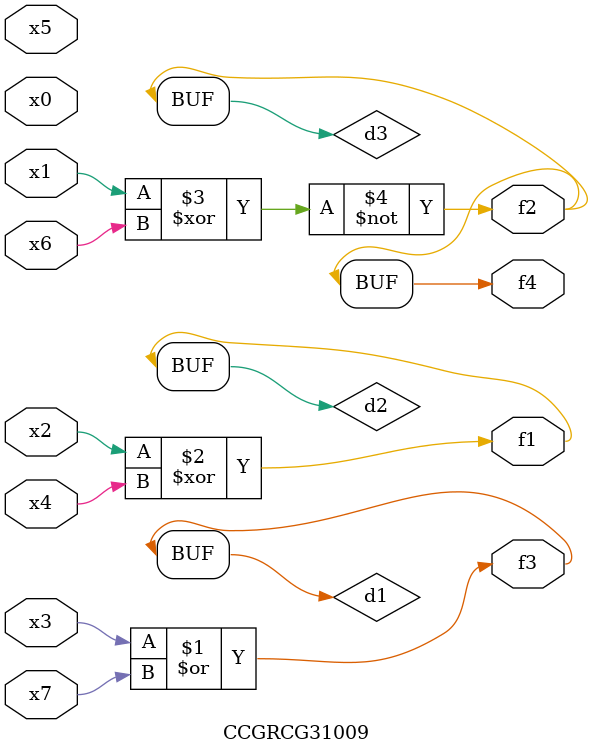
<source format=v>
module CCGRCG31009(
	input x0, x1, x2, x3, x4, x5, x6, x7,
	output f1, f2, f3, f4
);

	wire d1, d2, d3;

	or (d1, x3, x7);
	xor (d2, x2, x4);
	xnor (d3, x1, x6);
	assign f1 = d2;
	assign f2 = d3;
	assign f3 = d1;
	assign f4 = d3;
endmodule

</source>
